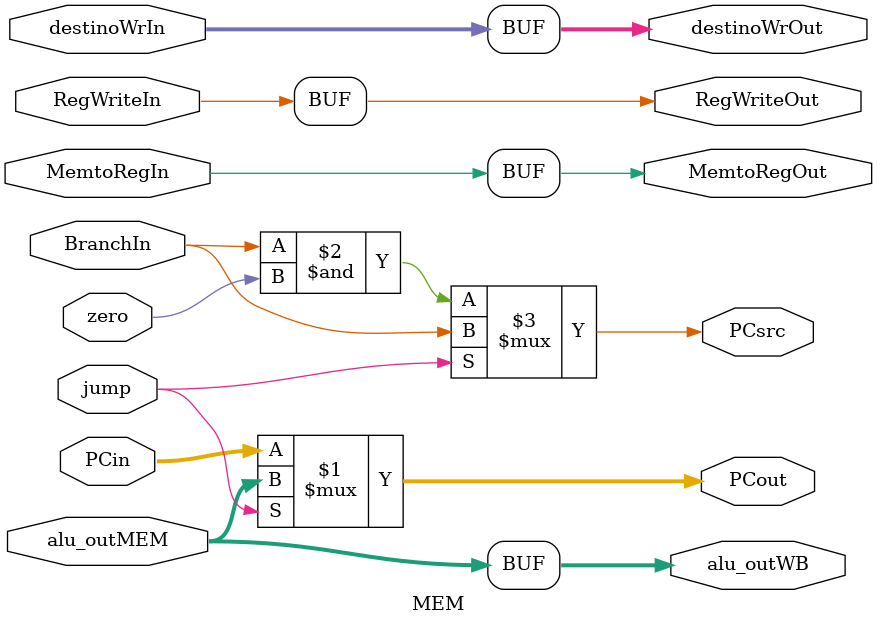
<source format=v>
module MEM (PCout,alu_outWB,PCsrc,RegWriteOut,MemtoRegOut,destinoWrOut,zero,alu_outMEM,destinoWrIn,RegWriteIn,MemtoRegIn,BranchIn,PCin,jump);
  input jump,zero,RegWriteIn,MemtoRegIn,BranchIn;
  input [31:0] alu_outMEM,PCin;
  input [3:0] destinoWrIn;
  output RegWriteOut,MemtoRegOut,PCsrc;
  output [3:0] destinoWrOut;
  output [31:0] PCout,alu_outWB;
 
  assign alu_outWB=alu_outMEM;
  assign PCout=jump?alu_outMEM:PCin;
  assign PCsrc=jump?BranchIn:(BranchIn&zero);
  assign RegWriteOut=RegWriteIn;
  assign MemtoRegOut=MemtoRegIn;
  assign destinoWrOut=destinoWrIn;
  
endmodule

</source>
